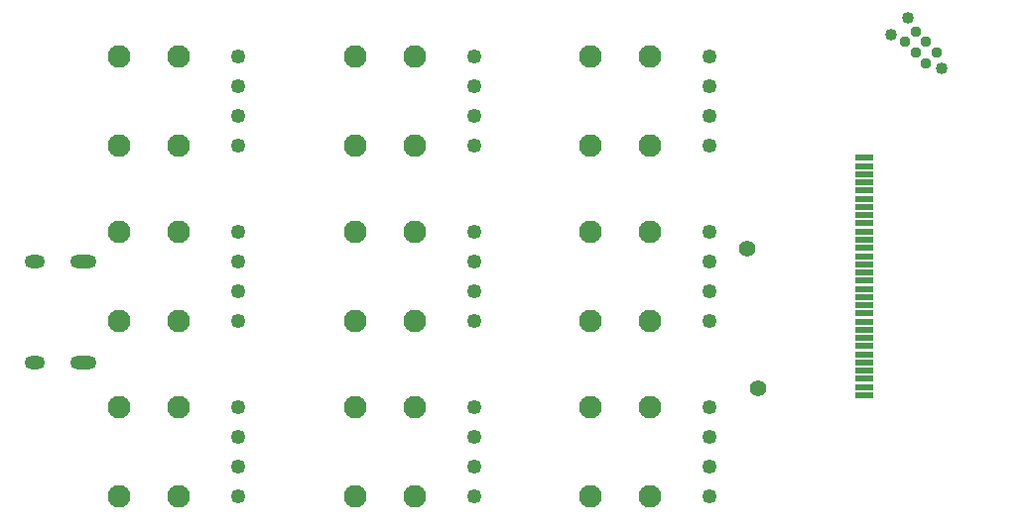
<source format=gts>
G04*
G04 #@! TF.GenerationSoftware,Altium Limited,Altium Designer,19.1.9 (167)*
G04*
G04 Layer_Color=8388736*
%FSLAX25Y25*%
%MOIN*%
G70*
G01*
G75*
%ADD13R,0.06348X0.02214*%
%ADD14C,0.03700*%
%ADD15C,0.00600*%
%ADD16O,0.08868X0.04537*%
%ADD17O,0.06899X0.04537*%
%ADD18C,0.04000*%
%ADD19C,0.07687*%
%ADD20C,0.04931*%
%ADD21C,0.05600*%
D13*
X283465Y111221D02*
D03*
Y130512D02*
D03*
Y127756D02*
D03*
Y91929D02*
D03*
Y125000D02*
D03*
Y122244D02*
D03*
Y94685D02*
D03*
Y97441D02*
D03*
Y100197D02*
D03*
Y102953D02*
D03*
Y119488D02*
D03*
Y105709D02*
D03*
Y108465D02*
D03*
Y116732D02*
D03*
Y113976D02*
D03*
Y72677D02*
D03*
Y75394D02*
D03*
Y67165D02*
D03*
Y64410D02*
D03*
Y78150D02*
D03*
Y61654D02*
D03*
Y58898D02*
D03*
Y56142D02*
D03*
Y53386D02*
D03*
Y80905D02*
D03*
Y83661D02*
D03*
Y50630D02*
D03*
Y86417D02*
D03*
Y89173D02*
D03*
Y69921D02*
D03*
D14*
X300600Y165929D02*
D03*
Y173000D02*
D03*
X304135Y169465D02*
D03*
Y162393D02*
D03*
X307671Y165929D02*
D03*
X297064Y169465D02*
D03*
D15*
X6300Y44506D02*
D03*
Y32695D02*
D03*
X19094Y90118D02*
D03*
Y67362D02*
D03*
X241406Y134606D02*
D03*
X181366Y164606D02*
D03*
Y105551D02*
D03*
X241406Y75551D02*
D03*
X181366Y46496D02*
D03*
X241406Y16496D02*
D03*
X102232Y164606D02*
D03*
X162272Y134606D02*
D03*
X102232Y105551D02*
D03*
X162272Y75551D02*
D03*
X102232Y46496D02*
D03*
X162272Y16496D02*
D03*
X23098Y164606D02*
D03*
X83138Y134606D02*
D03*
X22980Y105551D02*
D03*
X83020Y75551D02*
D03*
X23098Y46496D02*
D03*
X83138Y16496D02*
D03*
X9843Y171260D02*
D03*
X328740D02*
D03*
Y9843D02*
D03*
X9843D02*
D03*
D16*
X21181Y95748D02*
D03*
Y61732D02*
D03*
D17*
X4724Y95748D02*
D03*
Y61732D02*
D03*
D18*
X309439Y160626D02*
D03*
X292468Y171939D02*
D03*
X298125Y177596D02*
D03*
D19*
X191386Y134606D02*
D03*
X211386Y164606D02*
D03*
X191386D02*
D03*
X211386Y134606D02*
D03*
Y75551D02*
D03*
X191386Y105551D02*
D03*
X211386D02*
D03*
X191386Y75551D02*
D03*
X211386Y16496D02*
D03*
X191386Y46496D02*
D03*
X211386D02*
D03*
X191386Y16496D02*
D03*
X132252Y134606D02*
D03*
X112252Y164606D02*
D03*
X132252D02*
D03*
X112252Y134606D02*
D03*
X132252Y75551D02*
D03*
X112252Y105551D02*
D03*
X132252D02*
D03*
X112252Y75551D02*
D03*
X132252Y16496D02*
D03*
X112252Y46496D02*
D03*
X132252D02*
D03*
X112252Y16496D02*
D03*
X53118Y134606D02*
D03*
X33118Y164606D02*
D03*
X53118D02*
D03*
X33118Y134606D02*
D03*
X53000Y75551D02*
D03*
X33000Y105551D02*
D03*
X53000D02*
D03*
X33000Y75551D02*
D03*
X53118Y16496D02*
D03*
X33118Y46496D02*
D03*
X53118D02*
D03*
X33118Y16496D02*
D03*
D20*
X231386Y134606D02*
D03*
Y154606D02*
D03*
Y144606D02*
D03*
Y164606D02*
D03*
Y105551D02*
D03*
Y85551D02*
D03*
Y95551D02*
D03*
Y75551D02*
D03*
Y46496D02*
D03*
Y26496D02*
D03*
Y36496D02*
D03*
Y16496D02*
D03*
X152252Y164606D02*
D03*
Y144606D02*
D03*
Y154606D02*
D03*
Y134606D02*
D03*
Y105551D02*
D03*
Y85551D02*
D03*
Y95551D02*
D03*
Y75551D02*
D03*
Y46496D02*
D03*
Y26496D02*
D03*
Y36496D02*
D03*
Y16496D02*
D03*
X73118Y164606D02*
D03*
Y144606D02*
D03*
Y154606D02*
D03*
Y134606D02*
D03*
X73000Y105551D02*
D03*
Y85551D02*
D03*
Y95551D02*
D03*
Y75551D02*
D03*
X73118Y46496D02*
D03*
Y26496D02*
D03*
Y36496D02*
D03*
Y16496D02*
D03*
D21*
X247800Y52900D02*
D03*
X244100Y100100D02*
D03*
M02*

</source>
